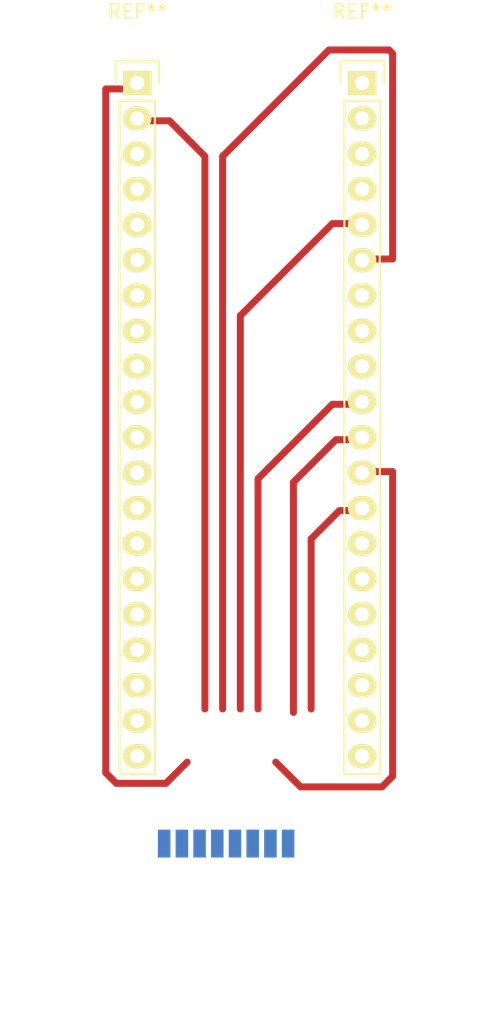
<source format=kicad_pcb>
(kicad_pcb (version 4) (host pcbnew 4.0.2-4+6225~38~ubuntu15.10.1-stable)

  (general
    (links 0)
    (no_connects 0)
    (area 16.650713 16.715 52.759287 81.604)
    (thickness 1.6)
    (drawings 0)
    (tracks 39)
    (zones 0)
    (modules 3)
    (nets 1)
  )

  (page A4)
  (layers
    (0 F.Cu signal)
    (31 B.Cu signal)
    (32 B.Adhes user)
    (33 F.Adhes user)
    (34 B.Paste user)
    (35 F.Paste user)
    (36 B.SilkS user)
    (37 F.SilkS user)
    (38 B.Mask user)
    (39 F.Mask user)
    (40 Dwgs.User user)
    (41 Cmts.User user)
    (42 Eco1.User user)
    (43 Eco2.User user)
    (44 Edge.Cuts user)
    (45 Margin user)
    (46 B.CrtYd user)
    (47 F.CrtYd user)
    (48 B.Fab user)
    (49 F.Fab user)
  )

  (setup
    (last_trace_width 0.5)
    (trace_clearance 0.2)
    (zone_clearance 0.508)
    (zone_45_only no)
    (trace_min 0.2)
    (segment_width 0.2)
    (edge_width 0.15)
    (via_size 0.6)
    (via_drill 0.4)
    (via_min_size 0.4)
    (via_min_drill 0.3)
    (uvia_size 0.3)
    (uvia_drill 0.1)
    (uvias_allowed no)
    (uvia_min_size 0.2)
    (uvia_min_drill 0.1)
    (pcb_text_width 0.3)
    (pcb_text_size 1.5 1.5)
    (mod_edge_width 0.15)
    (mod_text_size 1 1)
    (mod_text_width 0.15)
    (pad_size 1.524 1.524)
    (pad_drill 0.762)
    (pad_to_mask_clearance 0.2)
    (aux_axis_origin 0 0)
    (visible_elements FFFFFF7F)
    (pcbplotparams
      (layerselection 0x00030_80000001)
      (usegerberextensions false)
      (excludeedgelayer true)
      (linewidth 0.100000)
      (plotframeref false)
      (viasonmask false)
      (mode 1)
      (useauxorigin false)
      (hpglpennumber 1)
      (hpglpenspeed 20)
      (hpglpendiameter 15)
      (hpglpenoverlay 2)
      (psnegative false)
      (psa4output false)
      (plotreference true)
      (plotvalue true)
      (plotinvisibletext false)
      (padsonsilk false)
      (subtractmaskfromsilk false)
      (outputformat 1)
      (mirror false)
      (drillshape 1)
      (scaleselection 1)
      (outputdirectory shield_mirror))
  )

  (net 0 "")

  (net_class Default "This is the default net class."
    (clearance 0.2)
    (trace_width 0.5)
    (via_dia 0.6)
    (via_drill 0.4)
    (uvia_dia 0.3)
    (uvia_drill 0.1)
  )

  (module Pin_Headers:Pin_Header_Straight_1x20 (layer F.Cu) (tedit 0) (tstamp 57027DF1)
    (at 42.77 22.94)
    (descr "Through hole pin header")
    (tags "pin header")
    (fp_text reference REF** (at 0 -5.1) (layer F.SilkS)
      (effects (font (size 1 1) (thickness 0.15)))
    )
    (fp_text value Pin_Header_Straight_1x20 (at 0 -3.1) (layer F.Fab)
      (effects (font (size 1 1) (thickness 0.15)))
    )
    (fp_line (start -1.75 -1.75) (end -1.75 50.05) (layer F.CrtYd) (width 0.05))
    (fp_line (start 1.75 -1.75) (end 1.75 50.05) (layer F.CrtYd) (width 0.05))
    (fp_line (start -1.75 -1.75) (end 1.75 -1.75) (layer F.CrtYd) (width 0.05))
    (fp_line (start -1.75 50.05) (end 1.75 50.05) (layer F.CrtYd) (width 0.05))
    (fp_line (start 1.27 1.27) (end 1.27 49.53) (layer F.SilkS) (width 0.15))
    (fp_line (start 1.27 49.53) (end -1.27 49.53) (layer F.SilkS) (width 0.15))
    (fp_line (start -1.27 49.53) (end -1.27 1.27) (layer F.SilkS) (width 0.15))
    (fp_line (start 1.55 -1.55) (end 1.55 0) (layer F.SilkS) (width 0.15))
    (fp_line (start 1.27 1.27) (end -1.27 1.27) (layer F.SilkS) (width 0.15))
    (fp_line (start -1.55 0) (end -1.55 -1.55) (layer F.SilkS) (width 0.15))
    (fp_line (start -1.55 -1.55) (end 1.55 -1.55) (layer F.SilkS) (width 0.15))
    (pad 1 thru_hole rect (at 0 0) (size 2.032 1.7272) (drill 1.016) (layers *.Cu *.Mask F.SilkS))
    (pad 2 thru_hole oval (at 0 2.54) (size 2.032 1.7272) (drill 1.016) (layers *.Cu *.Mask F.SilkS))
    (pad 3 thru_hole oval (at 0 5.08) (size 2.032 1.7272) (drill 1.016) (layers *.Cu *.Mask F.SilkS))
    (pad 4 thru_hole oval (at 0 7.62) (size 2.032 1.7272) (drill 1.016) (layers *.Cu *.Mask F.SilkS))
    (pad 5 thru_hole oval (at 0 10.16) (size 2.032 1.7272) (drill 1.016) (layers *.Cu *.Mask F.SilkS))
    (pad 6 thru_hole oval (at 0 12.7) (size 2.032 1.7272) (drill 1.016) (layers *.Cu *.Mask F.SilkS))
    (pad 7 thru_hole oval (at 0 15.24) (size 2.032 1.7272) (drill 1.016) (layers *.Cu *.Mask F.SilkS))
    (pad 8 thru_hole oval (at 0 17.78) (size 2.032 1.7272) (drill 1.016) (layers *.Cu *.Mask F.SilkS))
    (pad 9 thru_hole oval (at 0 20.32) (size 2.032 1.7272) (drill 1.016) (layers *.Cu *.Mask F.SilkS))
    (pad 10 thru_hole oval (at 0 22.86) (size 2.032 1.7272) (drill 1.016) (layers *.Cu *.Mask F.SilkS))
    (pad 11 thru_hole oval (at 0 25.4) (size 2.032 1.7272) (drill 1.016) (layers *.Cu *.Mask F.SilkS))
    (pad 12 thru_hole oval (at 0 27.94) (size 2.032 1.7272) (drill 1.016) (layers *.Cu *.Mask F.SilkS))
    (pad 13 thru_hole oval (at 0 30.48) (size 2.032 1.7272) (drill 1.016) (layers *.Cu *.Mask F.SilkS))
    (pad 14 thru_hole oval (at 0 33.02) (size 2.032 1.7272) (drill 1.016) (layers *.Cu *.Mask F.SilkS))
    (pad 15 thru_hole oval (at 0 35.56) (size 2.032 1.7272) (drill 1.016) (layers *.Cu *.Mask F.SilkS))
    (pad 16 thru_hole oval (at 0 38.1) (size 2.032 1.7272) (drill 1.016) (layers *.Cu *.Mask F.SilkS))
    (pad 17 thru_hole oval (at 0 40.64) (size 2.032 1.7272) (drill 1.016) (layers *.Cu *.Mask F.SilkS))
    (pad 18 thru_hole oval (at 0 43.18) (size 2.032 1.7272) (drill 1.016) (layers *.Cu *.Mask F.SilkS))
    (pad 19 thru_hole oval (at 0 45.72) (size 2.032 1.7272) (drill 1.016) (layers *.Cu *.Mask F.SilkS))
    (pad 20 thru_hole oval (at 0 48.26) (size 2.032 1.7272) (drill 1.016) (layers *.Cu *.Mask F.SilkS))
    (model Pin_Headers.3dshapes/Pin_Header_Straight_1x20.wrl
      (at (xyz 0 -0.95 0))
      (scale (xyz 1 1 1))
      (rotate (xyz 0 0 90))
    )
  )

  (module Pin_Headers:Pin_Header_Straight_1x20 (layer F.Cu) (tedit 0) (tstamp 57027E14)
    (at 26.64 22.94)
    (descr "Through hole pin header")
    (tags "pin header")
    (fp_text reference REF** (at 0 -5.1) (layer F.SilkS)
      (effects (font (size 1 1) (thickness 0.15)))
    )
    (fp_text value Pin_Header_Straight_1x20 (at 0 -3.1) (layer F.Fab)
      (effects (font (size 1 1) (thickness 0.15)))
    )
    (fp_line (start -1.75 -1.75) (end -1.75 50.05) (layer F.CrtYd) (width 0.05))
    (fp_line (start 1.75 -1.75) (end 1.75 50.05) (layer F.CrtYd) (width 0.05))
    (fp_line (start -1.75 -1.75) (end 1.75 -1.75) (layer F.CrtYd) (width 0.05))
    (fp_line (start -1.75 50.05) (end 1.75 50.05) (layer F.CrtYd) (width 0.05))
    (fp_line (start 1.27 1.27) (end 1.27 49.53) (layer F.SilkS) (width 0.15))
    (fp_line (start 1.27 49.53) (end -1.27 49.53) (layer F.SilkS) (width 0.15))
    (fp_line (start -1.27 49.53) (end -1.27 1.27) (layer F.SilkS) (width 0.15))
    (fp_line (start 1.55 -1.55) (end 1.55 0) (layer F.SilkS) (width 0.15))
    (fp_line (start 1.27 1.27) (end -1.27 1.27) (layer F.SilkS) (width 0.15))
    (fp_line (start -1.55 0) (end -1.55 -1.55) (layer F.SilkS) (width 0.15))
    (fp_line (start -1.55 -1.55) (end 1.55 -1.55) (layer F.SilkS) (width 0.15))
    (pad 1 thru_hole rect (at 0 0) (size 2.032 1.7272) (drill 1.016) (layers *.Cu *.Mask F.SilkS))
    (pad 2 thru_hole oval (at 0 2.54) (size 2.032 1.7272) (drill 1.016) (layers *.Cu *.Mask F.SilkS))
    (pad 3 thru_hole oval (at 0 5.08) (size 2.032 1.7272) (drill 1.016) (layers *.Cu *.Mask F.SilkS))
    (pad 4 thru_hole oval (at 0 7.62) (size 2.032 1.7272) (drill 1.016) (layers *.Cu *.Mask F.SilkS))
    (pad 5 thru_hole oval (at 0 10.16) (size 2.032 1.7272) (drill 1.016) (layers *.Cu *.Mask F.SilkS))
    (pad 6 thru_hole oval (at 0 12.7) (size 2.032 1.7272) (drill 1.016) (layers *.Cu *.Mask F.SilkS))
    (pad 7 thru_hole oval (at 0 15.24) (size 2.032 1.7272) (drill 1.016) (layers *.Cu *.Mask F.SilkS))
    (pad 8 thru_hole oval (at 0 17.78) (size 2.032 1.7272) (drill 1.016) (layers *.Cu *.Mask F.SilkS))
    (pad 9 thru_hole oval (at 0 20.32) (size 2.032 1.7272) (drill 1.016) (layers *.Cu *.Mask F.SilkS))
    (pad 10 thru_hole oval (at 0 22.86) (size 2.032 1.7272) (drill 1.016) (layers *.Cu *.Mask F.SilkS))
    (pad 11 thru_hole oval (at 0 25.4) (size 2.032 1.7272) (drill 1.016) (layers *.Cu *.Mask F.SilkS))
    (pad 12 thru_hole oval (at 0 27.94) (size 2.032 1.7272) (drill 1.016) (layers *.Cu *.Mask F.SilkS))
    (pad 13 thru_hole oval (at 0 30.48) (size 2.032 1.7272) (drill 1.016) (layers *.Cu *.Mask F.SilkS))
    (pad 14 thru_hole oval (at 0 33.02) (size 2.032 1.7272) (drill 1.016) (layers *.Cu *.Mask F.SilkS))
    (pad 15 thru_hole oval (at 0 35.56) (size 2.032 1.7272) (drill 1.016) (layers *.Cu *.Mask F.SilkS))
    (pad 16 thru_hole oval (at 0 38.1) (size 2.032 1.7272) (drill 1.016) (layers *.Cu *.Mask F.SilkS))
    (pad 17 thru_hole oval (at 0 40.64) (size 2.032 1.7272) (drill 1.016) (layers *.Cu *.Mask F.SilkS))
    (pad 18 thru_hole oval (at 0 43.18) (size 2.032 1.7272) (drill 1.016) (layers *.Cu *.Mask F.SilkS))
    (pad 19 thru_hole oval (at 0 45.72) (size 2.032 1.7272) (drill 1.016) (layers *.Cu *.Mask F.SilkS))
    (pad 20 thru_hole oval (at 0 48.26) (size 2.032 1.7272) (drill 1.016) (layers *.Cu *.Mask F.SilkS))
    (model Pin_Headers.3dshapes/Pin_Header_Straight_1x20.wrl
      (at (xyz 0 -0.95 0))
      (scale (xyz 1 1 1))
      (rotate (xyz 0 0 90))
    )
  )

  (module SensorShield:se8r01_pin_header (layer F.Cu) (tedit 56FF7527) (tstamp 570B53AE)
    (at 27.94 90.17)
    (fp_text reference "" (at 5.049 -9.867) (layer F.SilkS)
      (effects (font (size 1 1) (thickness 0.15)))
    )
    (fp_text value se8r01_pin_header (at 5.049 -8.867) (layer F.Fab)
      (effects (font (size 1 1) (thickness 0.15)))
    )
    (pad 1 smd rect (at 0.635 -12.7) (size 0.9 2) (layers B.Cu F.Paste F.Mask))
    (pad 2 smd rect (at 1.905 -12.7) (size 0.9 2) (layers B.Cu F.Paste F.Mask))
    (pad 3 smd rect (at 3.175 -12.7) (size 0.9 2) (layers B.Cu F.Paste F.Mask))
    (pad 4 smd rect (at 4.445 -12.7) (size 0.9 2) (layers B.Cu F.Paste F.Mask))
    (pad 5 smd rect (at 5.715 -12.7) (size 0.9 2) (layers B.Cu F.Paste F.Mask))
    (pad 6 smd rect (at 6.985 -12.7) (size 0.9 2) (layers B.Cu F.Paste F.Mask))
    (pad 7 smd rect (at 8.255 -12.7) (size 0.9 2) (layers B.Cu F.Paste F.Mask))
    (pad 8 smd rect (at 9.525 -12.7) (size 0.9 2) (layers B.Cu F.Paste F.Mask))
  )

  (segment (start 26.212 23.368) (end 24.384 23.368) (width 0.5) (layer F.Cu) (net 0))
  (segment (start 30.226 71.628) (end 28.702 73.152) (width 0.5) (layer F.Cu) (net 0) (tstamp 570B53F2))
  (segment (start 28.702 73.152) (end 25.146 73.152) (width 0.5) (layer F.Cu) (net 0) (tstamp 570B53F3))
  (segment (start 25.146 73.152) (end 24.384 72.39) (width 0.5) (layer F.Cu) (net 0) (tstamp 570B53F4))
  (segment (start 24.384 72.39) (end 24.384 23.368) (width 0.5) (layer F.Cu) (net 0) (tstamp 570B53F5))
  (segment (start 26.212 23.368) (end 26.64 22.94) (width 0.5) (layer F.Cu) (net 0) (tstamp 570B5471))
  (segment (start 26.814 25.654) (end 28.956 25.654) (width 0.5) (layer F.Cu) (net 0))
  (segment (start 31.496 28.194) (end 31.496 67.818) (width 0.5) (layer F.Cu) (net 0))
  (segment (start 31.496 28.194) (end 28.956 25.654) (width 0.5) (layer F.Cu) (net 0) (tstamp 570B5402))
  (segment (start 26.814 25.654) (end 26.64 25.48) (width 0.5) (layer F.Cu) (net 0) (tstamp 570B546E))
  (segment (start 42.69 33.02) (end 40.64 33.02) (width 0.5) (layer F.Cu) (net 0))
  (segment (start 34.036 39.624) (end 34.036 67.818) (width 0.5) (layer F.Cu) (net 0))
  (segment (start 34.036 39.624) (end 40.64 33.02) (width 0.5) (layer F.Cu) (net 0) (tstamp 570B5411))
  (segment (start 42.69 33.02) (end 42.77 33.1) (width 0.5) (layer F.Cu) (net 0) (tstamp 570B546B))
  (segment (start 42.85 35.56) (end 44.958 35.56) (width 0.5) (layer F.Cu) (net 0))
  (segment (start 32.766 28.194) (end 32.766 67.818) (width 0.5) (layer F.Cu) (net 0))
  (segment (start 32.766 28.194) (end 40.386 20.574) (width 0.5) (layer F.Cu) (net 0) (tstamp 570B5406))
  (segment (start 40.386 20.574) (end 44.704 20.574) (width 0.5) (layer F.Cu) (net 0) (tstamp 570B5408))
  (segment (start 44.704 20.574) (end 44.958 20.828) (width 0.5) (layer F.Cu) (net 0) (tstamp 570B540A))
  (segment (start 44.958 20.828) (end 44.958 35.56) (width 0.5) (layer F.Cu) (net 0) (tstamp 570B540B))
  (segment (start 42.85 35.56) (end 42.77 35.64) (width 0.5) (layer F.Cu) (net 0) (tstamp 570B5468))
  (segment (start 42.596 45.974) (end 40.64 45.974) (width 0.5) (layer F.Cu) (net 0))
  (segment (start 35.306 51.308) (end 35.306 67.818) (width 0.5) (layer F.Cu) (net 0))
  (segment (start 35.306 51.308) (end 40.64 45.974) (width 0.5) (layer F.Cu) (net 0) (tstamp 570B5419))
  (segment (start 42.596 45.974) (end 42.77 45.8) (width 0.5) (layer F.Cu) (net 0) (tstamp 570B5465))
  (segment (start 42.85 50.8) (end 44.958 50.8) (width 0.5) (layer F.Cu) (net 0))
  (segment (start 36.576 71.628) (end 38.354 73.406) (width 0.5) (layer F.Cu) (net 0) (tstamp 570B542F))
  (segment (start 38.354 73.406) (end 44.196 73.406) (width 0.5) (layer F.Cu) (net 0) (tstamp 570B5430))
  (segment (start 44.196 73.406) (end 44.958 72.644) (width 0.5) (layer F.Cu) (net 0) (tstamp 570B5431))
  (segment (start 44.958 72.644) (end 44.958 50.8) (width 0.5) (layer F.Cu) (net 0) (tstamp 570B5432))
  (segment (start 42.85 50.8) (end 42.77 50.88) (width 0.5) (layer F.Cu) (net 0) (tstamp 570B5462))
  (segment (start 42.596 48.514) (end 40.894 48.514) (width 0.5) (layer F.Cu) (net 0))
  (segment (start 37.846 51.562) (end 37.846 68.072) (width 0.5) (layer F.Cu) (net 0))
  (segment (start 37.846 51.562) (end 40.894 48.514) (width 0.5) (layer F.Cu) (net 0) (tstamp 570B541D))
  (segment (start 42.596 48.514) (end 42.77 48.34) (width 0.5) (layer F.Cu) (net 0) (tstamp 570B545F))
  (segment (start 42.596 53.594) (end 41.148 53.594) (width 0.5) (layer F.Cu) (net 0))
  (segment (start 39.116 55.626) (end 39.116 67.818) (width 0.5) (layer F.Cu) (net 0))
  (segment (start 39.116 55.626) (end 41.148 53.594) (width 0.5) (layer F.Cu) (net 0) (tstamp 570B5454))
  (segment (start 42.596 53.594) (end 42.77 53.42) (width 0.5) (layer F.Cu) (net 0) (tstamp 570B545C))

)

</source>
